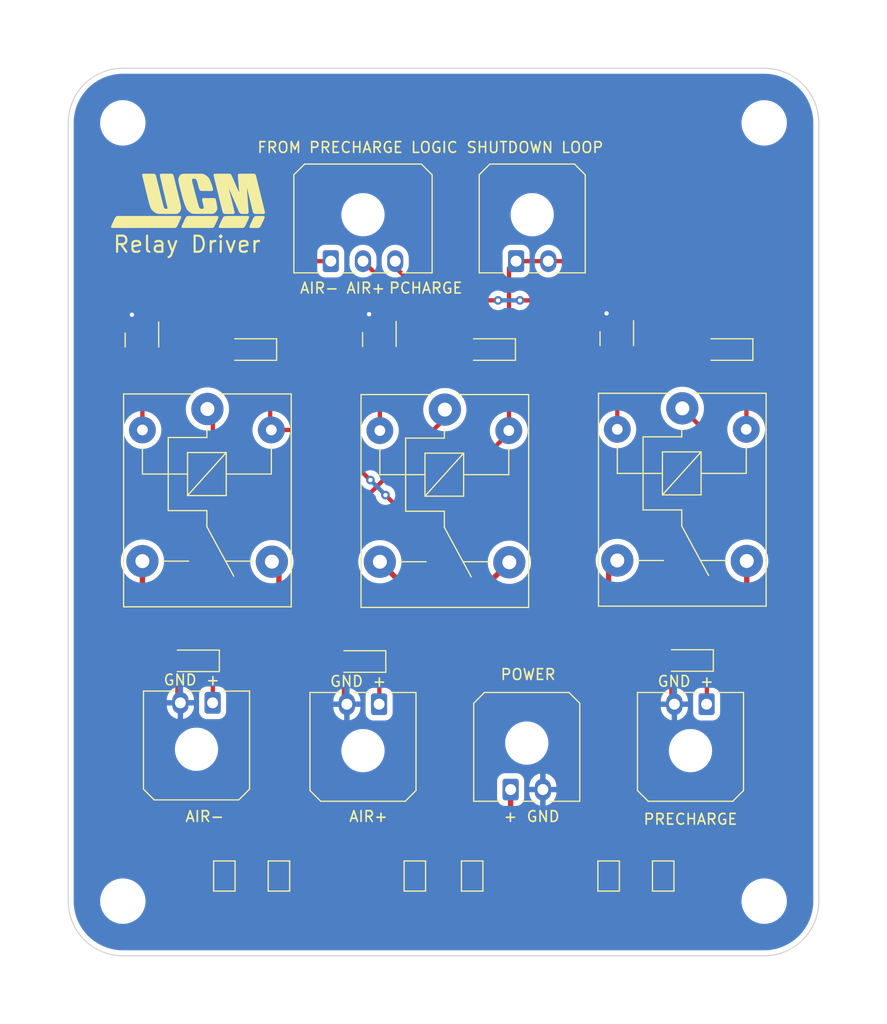
<source format=kicad_pcb>
(kicad_pcb (version 20211014) (generator pcbnew)
  (layers (0 "F.Cu" signal) (31 "B.Cu" signal) (34 "B.Paste" user) (35 "F.Paste" user) (36 "B.SilkS" user "B.Silkscreen") (37 "F.SilkS" user "F.Silkscreen") (38 "B.Mask" user) (39 "F.Mask" user) (44 "Edge.Cuts" user))
  (net 0 "")
  (net 1 "Net-(D1-Pad1)")
  (net 2 "Net-(D1-Pad2)")
  (net 3 "Net-(D2-Pad1)")
  (net 4 "GND")
  (net 5 "Net-(D3-Pad2)")
  (net 6 "Net-(D4-Pad1)")
  (net 7 "Net-(D5-Pad2)")
  (net 8 "Net-(D6-Pad1)")
  (net 9 "AIR-_IN")
  (net 10 "AIR+_IN")
  (net 11 "Precharge_IN")
  (net 12 "+12V")
  (net 13 "Net-(JP1-Pad1)")
  (net 14 "Net-(JP2-Pad1)")
  (net 15 "Net-(JP3-Pad1)")
  (net 16 "Net-(JP4-Pad1)")
  (net 17 "Net-(JP5-Pad1)")
  (net 18 "Net-(JP6-Pad1)")
  (footprint "Jumper:SolderJumper-2_P1.3mm_Open_TrianglePad1.0x1.5mm" (layer "F.Cu") (at 132.842 132.2832 -90)
    (fp_text reference "JP2" hide)
    (fp_text value "SolderJumper_2_Open")
    (pad "1" smd custom (at -0.725 0 270) (size 0.3 0.3) (layers "F.Cu" "F.Mask") (net 14 "Net-(JP2-Pad1)") (options (clearance outline) (anchor rect)) (primitives (gr_poly (pts (xy 1 0) (xy 0.5 0.75) (xy -0.5 0.75) (xy -0.5 -0.75) (xy 0.5 -0.75)) (width 0) (fill yes))))
    (pad "2" smd custom (at 0.725 0 270) (size 0.3 0.3) (layers "F.Cu" "F.Mask") (net 12 "+12V") (options (clearance outline) (anchor rect)) (primitives (gr_poly (pts (xy 0.5 0.75) (xy -0.65 0.75) (xy -0.15 0) (xy -0.65 -0.75) (xy 0.5 -0.75)) (width 0) (fill yes))))
  )
  (footprint "MountingHole:MountingHole_3.2mm_M3" (layer "F.Cu") (at 147.32 134.62)
    (fp_text reference "REF**" hide)
    (fp_text value "MountingHole_3.2mm_M3")
    (pad "" np_thru_hole circle (at 0 0) (size 3.2 3.2) (drill 3.2) (layers *.Cu *.Mask))
  )
  (footprint "Package_TO_SOT_SMD:SOT-23" (layer "F.Cu") (at 133.604 82.296 -90)
    (fp_text reference "Q1" hide)
    (fp_text value "2N7002")
    (pad "1" smd roundrect (at -0.9375 -0.95 270) (size 1.475 0.6) (layers "F.Cu" "F.Paste" "F.Mask") (net 11 "Precharge_IN"))
    (pad "2" smd roundrect (at -0.9375 0.95 270) (size 1.475 0.6) (layers "F.Cu" "F.Paste" "F.Mask") (net 4 "GND"))
    (pad "3" smd roundrect (at 0.9375 0 270) (size 1.475 0.6) (layers "F.Cu" "F.Paste" "F.Mask") (net 2 "Net-(D1-Pad2)"))
  )
  (footprint "Connector_Molex:Molex_Micro-Fit_3.0_43650-0200_1x02_P3.00mm_Horizontal" (layer "F.Cu") (at 123.722 124.239)
    (fp_text reference "J6" hide)
    (fp_text value "Power")
    (pad "" np_thru_hole circle (at 1.5 -4.32) (size 3 3) (drill 3) (layers *.Cu *.Mask))
    (pad "1" thru_hole roundrect (at 0 0) (size 1.5 2.02) (drill 1.02) (layers *.Cu *.Mask) (roundrect_rratio 0.166667) (net 12 "+12V"))
    (pad "2" thru_hole oval (at 3 0) (size 1.5 2.02) (drill 1.02) (layers *.Cu *.Mask) (net 4 "GND"))
  )
  (footprint "Jumper:SolderJumper-2_P1.3mm_Open_TrianglePad1.0x1.5mm" (layer "F.Cu") (at 114.808 132.2832 -90)
    (fp_text reference "JP4" hide)
    (fp_text value "SolderJumper_2_Open")
    (pad "1" smd custom (at -0.725 0 270) (size 0.3 0.3) (layers "F.Cu" "F.Mask") (net 16 "Net-(JP4-Pad1)") (options (clearance outline) (anchor rect)) (primitives (gr_poly (pts (xy 1 0) (xy 0.5 0.75) (xy -0.5 0.75) (xy -0.5 -0.75) (xy 0.5 -0.75)) (width 0) (fill yes))))
    (pad "2" smd custom (at 0.725 0 270) (size 0.3 0.3) (layers "F.Cu" "F.Mask") (net 12 "+12V") (options (clearance outline) (anchor rect)) (primitives (gr_poly (pts (xy 0.5 0.75) (xy -0.65 0.75) (xy -0.15 0) (xy -0.65 -0.75) (xy 0.5 -0.75)) (width 0) (fill yes))))
  )
  (footprint "Connector_Molex:Molex_Micro-Fit_3.0_43650-0200_1x02_P3.00mm_Horizontal" (layer "F.Cu") (at 124.23 75.09)
    (fp_text reference "J3" hide)
    (fp_text value "Shutdown Loop IO")
    (pad "" np_thru_hole circle (at 1.5 -4.32) (size 3 3) (drill 3) (layers *.Cu *.Mask))
    (pad "1" thru_hole roundrect (at 0 0) (size 1.5 2.02) (drill 1.02) (layers *.Cu *.Mask) (roundrect_rratio 0.166667) (net 1 "Net-(D1-Pad1)"))
    (pad "2" thru_hole oval (at 3 0) (size 1.5 2.02) (drill 1.02) (layers *.Cu *.Mask) (net 1 "Net-(D1-Pad1)"))
  )
  (footprint "Package_TO_SOT_SMD:SOT-23" (layer "F.Cu") (at 89.408 82.423 -90)
    (fp_text reference "Q3" hide)
    (fp_text value "2N7002")
    (pad "1" smd roundrect (at -0.9375 -0.95 270) (size 1.475 0.6) (layers "F.Cu" "F.Paste" "F.Mask") (net 9 "AIR-_IN"))
    (pad "2" smd roundrect (at -0.9375 0.95 270) (size 1.475 0.6) (layers "F.Cu" "F.Paste" "F.Mask") (net 4 "GND"))
    (pad "3" smd roundrect (at 0.9375 0 270) (size 1.475 0.6) (layers "F.Cu" "F.Paste" "F.Mask") (net 7 "Net-(D5-Pad2)"))
  )
  (footprint "Relay_THT:Relay_SPDT_SANYOU_SRD_Series_Form_C" (layer "F.Cu") (at 95.504 88.8436 -90)
    (fp_text reference "K3" hide)
    (fp_text value "AIR-")
    (pad "1" thru_hole circle (at 0 0) (size 3 3) (drill 1.3) (layers *.Cu *.Mask) (net 8 "Net-(D6-Pad1)"))
    (pad "2" thru_hole circle (at 1.95 6.05) (size 2.5 2.5) (drill 1) (layers *.Cu *.Mask) (net 7 "Net-(D5-Pad2)"))
    (pad "3" thru_hole circle (at 14.15 6.05) (size 3 3) (drill 1.3) (layers *.Cu *.Mask) (net 18 "Net-(JP6-Pad1)"))
    (pad "4" thru_hole circle (at 14.2 -6) (size 3 3) (drill 1.3) (layers *.Cu *.Mask) (net 17 "Net-(JP5-Pad1)"))
    (pad "5" thru_hole circle (at 1.95 -5.95) (size 2.5 2.5) (drill 1) (layers *.Cu *.Mask) (net 1 "Net-(D1-Pad1)"))
  )
  (footprint "Connector_Molex:Molex_Micro-Fit_3.0_43650-0200_1x02_P3.00mm_Horizontal" (layer "F.Cu") (at 111.482 116.299 180)
    (fp_text reference "J4" hide)
    (fp_text value "AIR+")
    (pad "" np_thru_hole circle (at 1.5 -4.32 180) (size 3 3) (drill 3) (layers *.Cu *.Mask))
    (pad "1" thru_hole roundrect (at 0 0 180) (size 1.5 2.02) (drill 1.02) (layers *.Cu *.Mask) (roundrect_rratio 0.166667) (net 6 "Net-(D4-Pad1)"))
    (pad "2" thru_hole oval (at 3 0 180) (size 1.5 2.02) (drill 1.02) (layers *.Cu *.Mask) (net 4 "GND"))
  )
  (footprint "Diode_SMD:D_SOD-123" (layer "F.Cu") (at 99.695 83.312 180)
    (fp_text reference "D5" hide)
    (fp_text value "1N4148W")
    (pad "1" smd rect (at -1.65 0 180) (size 0.9 1.2) (layers "F.Cu" "F.Paste" "F.Mask") (net 1 "Net-(D1-Pad1)"))
    (pad "2" smd rect (at 1.65 0 180) (size 0.9 1.2) (layers "F.Cu" "F.Paste" "F.Mask") (net 7 "Net-(D5-Pad2)"))
  )
  (footprint "Diode_SMD:D_SOD-123" (layer "F.Cu") (at 144.018 83.312 180)
    (fp_text reference "D1" hide)
    (fp_text value "1N4148W")
    (pad "1" smd rect (at -1.65 0 180) (size 0.9 1.2) (layers "F.Cu" "F.Paste" "F.Mask") (net 1 "Net-(D1-Pad1)"))
    (pad "2" smd rect (at 1.65 0 180) (size 0.9 1.2) (layers "F.Cu" "F.Paste" "F.Mask") (net 2 "Net-(D1-Pad2)"))
  )
  (footprint "Diode_SMD:D_SOD-123" (layer "F.Cu") (at 121.92 83.312 180)
    (fp_text reference "D3" hide)
    (fp_text value "1N4148W")
    (pad "1" smd rect (at -1.65 0 180) (size 0.9 1.2) (layers "F.Cu" "F.Paste" "F.Mask") (net 1 "Net-(D1-Pad1)"))
    (pad "2" smd rect (at 1.65 0 180) (size 0.9 1.2) (layers "F.Cu" "F.Paste" "F.Mask") (net 5 "Net-(D3-Pad2)"))
  )
  (footprint "Diode_SMD:D_SOD-123" (layer "F.Cu") (at 94.361 112.268 180)
    (fp_text reference "D6" hide)
    (fp_text value "1N4148W")
    (pad "1" smd rect (at -1.65 0 180) (size 0.9 1.2) (layers "F.Cu" "F.Paste" "F.Mask") (net 8 "Net-(D6-Pad1)"))
    (pad "2" smd rect (at 1.65 0 180) (size 0.9 1.2) (layers "F.Cu" "F.Paste" "F.Mask") (net 4 "GND"))
  )
  (footprint "Relay_THT:Relay_SPDT_SANYOU_SRD_Series_Form_C" (layer "F.Cu") (at 117.602 88.9 -90)
    (fp_text reference "K2" hide)
    (fp_text value "AIR+")
    (pad "1" thru_hole circle (at 0 0) (size 3 3) (drill 1.3) (layers *.Cu *.Mask) (net 6 "Net-(D4-Pad1)"))
    (pad "2" thru_hole circle (at 1.95 6.05) (size 2.5 2.5) (drill 1) (layers *.Cu *.Mask) (net 5 "Net-(D3-Pad2)"))
    (pad "3" thru_hole circle (at 14.15 6.05) (size 3 3) (drill 1.3) (layers *.Cu *.Mask) (net 16 "Net-(JP4-Pad1)"))
    (pad "4" thru_hole circle (at 14.2 -6) (size 3 3) (drill 1.3) (layers *.Cu *.Mask) (net 15 "Net-(JP3-Pad1)"))
    (pad "5" thru_hole circle (at 1.95 -5.95) (size 2.5 2.5) (drill 1) (layers *.Cu *.Mask) (net 1 "Net-(D1-Pad1)"))
  )
  (footprint "Connector_Molex:Molex_Micro-Fit_3.0_43650-0300_1x03_P3.00mm_Horizontal" (layer "F.Cu") (at 106.982 75.09)
    (fp_text reference "J1" hide)
    (fp_text value "From Precharge Logic")
    (pad "" np_thru_hole circle (at 3 -4.32) (size 3 3) (drill 3) (layers *.Cu *.Mask))
    (pad "1" thru_hole roundrect (at 0 0) (size 1.5 2.02) (drill 1.02) (layers *.Cu *.Mask) (roundrect_rratio 0.166667) (net 9 "AIR-_IN"))
    (pad "2" thru_hole oval (at 3 0) (size 1.5 2.02) (drill 1.02) (layers *.Cu *.Mask) (net 10 "AIR+_IN"))
    (pad "3" thru_hole oval (at 6 0) (size 1.5 2.02) (drill 1.02) (layers *.Cu *.Mask) (net 11 "Precharge_IN"))
  )
  (footprint "MountingHole:MountingHole_3.2mm_M3" (layer "F.Cu") (at 87.63 134.62)
    (fp_text reference "REF**" hide)
    (fp_text value "MountingHole_3.2mm_M3")
    (pad "" np_thru_hole circle (at 0 0) (size 3.2 3.2) (drill 3.2) (layers *.Cu *.Mask))
  )
  (footprint "Jumper:SolderJumper-2_P1.3mm_Open_TrianglePad1.0x1.5mm" (layer "F.Cu") (at 137.922 132.2832 -90)
    (fp_text reference "JP1" hide)
    (fp_text value "SolderJumper_2_Open")
    (pad "1" smd custom (at -0.725 0 270) (size 0.3 0.3) (layers "F.Cu" "F.Mask") (net 13 "Net-(JP1-Pad1)") (options (clearance outline) (anchor rect)) (primitives (gr_poly (pts (xy 1 0) (xy 0.5 0.75) (xy -0.5 0.75) (xy -0.5 -0.75) (xy 0.5 -0.75)) (width 0) (fill yes))))
    (pad "2" smd custom (at 0.725 0 270) (size 0.3 0.3) (layers "F.Cu" "F.Mask") (net 12 "+12V") (options (clearance outline) (anchor rect)) (primitives (gr_poly (pts (xy 0.5 0.75) (xy -0.65 0.75) (xy -0.15 0) (xy -0.65 -0.75) (xy 0.5 -0.75)) (width 0) (fill yes))))
  )
  (footprint "Diode_SMD:D_SOD-123" (layer "F.Cu") (at 140.336 112.235 180)
    (fp_text reference "D2" hide)
    (fp_text value "1N4148W")
    (pad "1" smd rect (at -1.65 0 180) (size 0.9 1.2) (layers "F.Cu" "F.Paste" "F.Mask") (net 3 "Net-(D2-Pad1)"))
    (pad "2" smd rect (at 1.65 0 180) (size 0.9 1.2) (layers "F.Cu" "F.Paste" "F.Mask") (net 4 "GND"))
  )
  (footprint "UCM_Logos:UCM_5mm" (layer "F.Cu") (at 93.6752 69.85)
    (fp_text reference "G***" hide)
    (fp_text value "LOGO" hide)
  )
  (footprint "Jumper:SolderJumper-2_P1.3mm_Open_TrianglePad1.0x1.5mm" (layer "F.Cu") (at 97.0788 132.2832 -90)
    (fp_text reference "JP6" hide)
    (fp_text value "SolderJumper_2_Open")
    (pad "1" smd custom (at -0.725 0 270) (size 0.3 0.3) (layers "F.Cu" "F.Mask") (net 18 "Net-(JP6-Pad1)") (options (clearance outline) (anchor rect)) (primitives (gr_poly (pts (xy 1 0) (xy 0.5 0.75) (xy -0.5 0.75) (xy -0.5 -0.75) (xy 0.5 -0.75)) (width 0) (fill yes))))
    (pad "2" smd custom (at 0.725 0 270) (size 0.3 0.3) (layers "F.Cu" "F.Mask") (net 12 "+12V") (options (clearance outline) (anchor rect)) (primitives (gr_poly (pts (xy 0.5 0.75) (xy -0.65 0.75) (xy -0.15 0) (xy -0.65 -0.75) (xy 0.5 -0.75)) (width 0) (fill yes))))
  )
  (footprint "Jumper:SolderJumper-2_P1.3mm_Open_TrianglePad1.0x1.5mm" (layer "F.Cu") (at 102.1588 132.2832 -90)
    (fp_text reference "JP5" hide)
    (fp_text value "SolderJumper_2_Open")
    (pad "1" smd custom (at -0.725 0 270) (size 0.3 0.3) (layers "F.Cu" "F.Mask") (net 17 "Net-(JP5-Pad1)") (options (clearance outline) (anchor rect)) (primitives (gr_poly (pts (xy 1 0) (xy 0.5 0.75) (xy -0.5 0.75) (xy -0.5 -0.75) (xy 0.5 -0.75)) (width 0) (fill yes))))
    (pad "2" smd custom (at 0.725 0 270) (size 0.3 0.3) (layers "F.Cu" "F.Mask") (net 12 "+12V") (options (clearance outline) (anchor rect)) (primitives (gr_poly (pts (xy 0.5 0.75) (xy -0.65 0.75) (xy -0.15 0) (xy -0.65 -0.75) (xy 0.5 -0.75)) (width 0) (fill yes))))
  )
  (footprint "Jumper:SolderJumper-2_P1.3mm_Open_TrianglePad1.0x1.5mm" (layer "F.Cu") (at 120.142 132.2832 -90)
    (fp_text reference "JP3" hide)
    (fp_text value "SolderJumper_2_Open")
    (pad "1" smd custom (at -0.725 0 270) (size 0.3 0.3) (layers "F.Cu" "F.Mask") (net 15 "Net-(JP3-Pad1)") (options (clearance outline) (anchor rect)) (primitives (gr_poly (pts (xy 1 0) (xy 0.5 0.75) (xy -0.5 0.75) (xy -0.5 -0.75) (xy 0.5 -0.75)) (width 0) (fill yes))))
    (pad "2" smd custom (at 0.725 0 270) (size 0.3 0.3) (layers "F.Cu" "F.Mask") (net 12 "+12V") (options (clearance outline) (anchor rect)) (primitives (gr_poly (pts (xy 0.5 0.75) (xy -0.65 0.75) (xy -0.15 0) (xy -0.65 -0.75) (xy 0.5 -0.75)) (width 0) (fill yes))))
  )
  (footprint "Relay_THT:Relay_SPDT_SANYOU_SRD_Series_Form_C" (layer "F.Cu") (at 139.7 88.782 -90)
    (fp_text reference "K1" hide)
    (fp_text value "PRECHARGE")
    (pad "1" thru_hole circle (at 0 0) (size 3 3) (drill 1.3) (layers *.Cu *.Mask) (net 3 "Net-(D2-Pad1)"))
    (pad "2" thru_hole circle (at 1.95 6.05) (size 2.5 2.5) (drill 1) (layers *.Cu *.Mask) (net 2 "Net-(D1-Pad2)"))
    (pad "3" thru_hole circle (at 14.15 6.05) (size 3 3) (drill 1.3) (layers *.Cu *.Mask) (net 14 "Net-(JP2-Pad1)"))
    (pad "4" thru_hole circle (at 14.2 -6) (size 3 3) (drill 1.3) (layers *.Cu *.Mask) (net 13 "Net-(JP1-Pad1)"))
    (pad "5" thru_hole circle (at 1.95 -5.95) (size 2.5 2.5) (drill 1) (layers *.Cu *.Mask) (net 1 "Net-(D1-Pad1)"))
  )
  (footprint "Connector_Molex:Molex_Micro-Fit_3.0_43650-0200_1x02_P3.00mm_Horizontal" (layer "F.Cu") (at 141.962 116.299 180)
    (fp_text reference "J2" hide)
    (fp_text value "PRECHARGE")
    (pad "" np_thru_hole circle (at 1.5 -4.32 180) (size 3 3) (drill 3) (layers *.Cu *.Mask))
    (pad "1" thru_hole roundrect (at 0 0 180) (size 1.5 2.02) (drill 1.02) (layers *.Cu *.Mask) (roundrect_rratio 0.166667) (net 3 "Net-(D2-Pad1)"))
    (pad "2" thru_hole oval (at 3 0 180) (size 1.5 2.02) (drill 1.02) (layers *.Cu *.Mask) (net 4 "GND"))
  )
  (footprint "MountingHole:MountingHole_3.2mm_M3" (layer "F.Cu") (at 147.32 62.23)
    (fp_text reference "REF**" hide)
    (fp_text value "MountingHole_3.2mm_M3")
    (pad "" np_thru_hole circle (at 0 0) (size 3.2 3.2) (drill 3.2) (layers *.Cu *.Mask))
  )
  (footprint "Diode_SMD:D_SOD-123" (layer "F.Cu") (at 109.855 112.331 180)
    (fp_text reference "D4" hide)
    (fp_text value "1N4148W")
    (pad "1" smd rect (at -1.65 0 180) (size 0.9 1.2) (layers "F.Cu" "F.Paste" "F.Mask") (net 6 "Net-(D4-Pad1)"))
    (pad "2" smd rect (at 1.65 0 180) (size 0.9 1.2) (layers "F.Cu" "F.Paste" "F.Mask") (net 4 "GND"))
  )
  (footprint "Package_TO_SOT_SMD:SOT-23" (layer "F.Cu") (at 111.506 82.3745 -90)
    (fp_text reference "Q2" hide)
    (fp_text value "2N7002")
    (pad "1" smd roundrect (at -0.9375 -0.95 270) (size 1.475 0.6) (layers "F.Cu" "F.Paste" "F.Mask") (net 10 "AIR+_IN"))
    (pad "2" smd roundrect (at -0.9375 0.95 270) (size 1.475 0.6) (layers "F.Cu" "F.Paste" "F.Mask") (net 4 "GND"))
    (pad "3" smd roundrect (at 0.9375 0 270) (size 1.475 0.6) (layers "F.Cu" "F.Paste" "F.Mask") (net 5 "Net-(D3-Pad2)"))
  )
  (footprint "MountingHole:MountingHole_3.2mm_M3" (layer "F.Cu") (at 87.63 62.23)
    (fp_text reference "REF**" hide)
    (fp_text value "MountingHole_3.2mm_M3")
    (pad "" np_thru_hole circle (at 0 0) (size 3.2 3.2) (drill 3.2) (layers *.Cu *.Mask))
  )
  (footprint "Connector_Molex:Molex_Micro-Fit_3.0_43650-0200_1x02_P3.00mm_Horizontal" (layer "F.Cu") (at 95.988 116.172 180)
    (fp_text reference "J5" hide)
    (fp_text value "AIR-")
    (pad "" np_thru_hole circle (at 1.5 -4.32 180) (size 3 3) (drill 3) (layers *.Cu *.Mask))
    (pad "1" thru_hole roundrect (at 0 0 180) (size 1.5 2.02) (drill 1.02) (layers *.Cu *.Mask) (roundrect_rratio 0.166667) (net 8 "Net-(D6-Pad1)"))
    (pad "2" thru_hole oval (at 3 0 180) (size 1.5 2.02) (drill 1.02) (layers *.Cu *.Mask) (net 4 "GND"))
  )
  (gr_line (start 147.32 57.15) (end 87.63 57.15) (layer "Edge.Cuts") (width 0.1))
  (gr_line (start 152.4 134.62) (end 152.4 62.23) (layer "Edge.Cuts") (width 0.1))
  (gr_line (start 82.55 62.23) (end 82.55 134.62) (layer "Edge.Cuts") (width 0.1))
  (gr_arc (start 87.63 139.7) (mid 84.037898 138.212102) (end 82.55 134.62) (layer "Edge.Cuts") (width 0.1))
  (gr_arc (start 82.55 62.23) (mid 84.037898 58.637898) (end 87.63 57.15) (layer "Edge.Cuts") (width 0.1))
  (gr_line (start 87.63 139.7) (end 147.32 139.7) (layer "Edge.Cuts") (width 0.1))
  (gr_arc (start 152.4 134.62) (mid 150.912102 138.212102) (end 147.32 139.7) (layer "Edge.Cuts") (width 0.1))
  (gr_arc (start 147.32 57.15) (mid 150.912102 58.637898) (end 152.4 62.23) (layer "Edge.Cuts") (width 0.1))
  (gr_text "+\n" (at 111.506 114.173) (layer "F.SilkS") (effects (font (size 1 1))))
  (gr_text "GND\n" (at 108.458 114.173) (layer "F.SilkS") (effects (font (size 1 1))))
  (gr_text "SHUTDOWN LOOP" (at 125.984 64.516) (layer "F.SilkS") (effects (font (size 1 1))))
  (gr_text "AIR+\n" (at 110.236 77.597) (layer "F.SilkS") (effects (font (size 1 1))))
  (gr_text "GND" (at 126.746 126.746) (layer "F.SilkS") (effects (font (size 1 1))))
  (gr_text "AIR-\n" (at 105.918 77.597) (layer "F.SilkS") (effects (font (size 1 1))))
  (gr_text "AIR-\n" (at 95.25 126.746) (layer "F.SilkS") (effects (font (size 1 1))))
  (gr_text "PRECHARGE" (at 140.462 127) (layer "F.SilkS") (effects (font (size 1 1))))
  (gr_text "AIR+\n" (at 110.49 126.746) (layer "F.SilkS") (effects (font (size 1 1))))
  (gr_text "PCHARGE\n" (at 115.824 77.597) (layer "F.SilkS") (effects (font (size 1 1))))
  (gr_text "GND\n" (at 138.938 114.173) (layer "F.SilkS") (effects (font (size 1 1))))
  (gr_text "Relay Driver\n" (at 93.599 73.533) (layer "F.SilkS") (effects (font (size 1.5 1.5) (thickness 0.2))))
  (gr_text "POWER" (at 125.349 113.538) (layer "F.SilkS") (effects (font (size 1 1))))
  (gr_text "GND\n" (at 92.964 114.046) (layer "F.SilkS") (effects (font (size 1 1))))
  (gr_text "+\n" (at 123.698 126.746) (layer "F.SilkS") (effects (font (size 1 1))))
  (gr_text "FROM PRECHARGE LOGIC" (at 109.474 64.516) (layer "F.SilkS") (effects (font (size 1 1))))
  (gr_text "+\n" (at 96.012 114.046) (layer "F.SilkS") (effects (font (size 1 1))))
  (gr_text "+\n" (at 141.986 114.173) (layer "F.SilkS") (effects (font (size 1 1))))
  (segment (start 101.345 90.6846) (end 101.454 90.7936) (width 0.25) (layer "F.Cu") (net 1))
  (segment (start 112.075 96.85) (end 113.015 97.79) (width 0.4) (layer "F.Cu") (net 1))
  (segment (start 123.57 90.832) (end 123.552 90.85) (width 0.25) (layer "F.Cu") (net 1))
  (segment (start 124.23 75.09) (end 123.57 75.75) (width 0.25) (layer "F.Cu") (net 1))
  (segment (start 116.84 97.79) (end 123.552 91.078) (width 0.4) (layer "F.Cu") (net 1))
  (segment (start 145.668 83.312) (end 145.668 90.714) (width 0.4) (layer "F.Cu") (net 1))
  (segment (start 110.675 95.45) (end 110.65 95.45) (width 0.4) (layer "F.Cu") (net 1))
  (segment (start 110.65 95.45) (end 105.9936 90.7936) (width 0.4) (layer "F.Cu") (net 1))
  (segment (start 145.668 90.714) (end 145.65 90.732) (width 0.25) (layer "F.Cu") (net 1))
  (segment (start 137.446 75.09) (end 145.668 83.312) (width 0.4) (layer "F.Cu") (net 1))
  (segment (start 113.015 97.79) (end 116.84 97.79) (width 0.4) (layer "F.Cu") (net 1))
  (segment (start 101.345 83.312) (end 101.345 90.6846) (width 0.4) (layer "F.Cu") (net 1))
  (segment (start 123.552 91.078) (end 123.552 90.85) (width 0.25) (layer "F.Cu") (net 1))
  (segment (start 123.57 83.312) (end 123.57 90.832) (width 0.4) (layer "F.Cu") (net 1))
  (segment (start 124.23 75.09) (end 127.23 75.09) (width 0.4) (layer "F.Cu") (net 1))
  (segment (start 127.23 75.09) (end 137.446 75.09) (width 0.4) (layer "F.Cu") (net 1))
  (segment (start 123.57 75.75) (end 123.57 83.312) (width 0.4) (layer "F.Cu") (net 1))
  (segment (start 105.9936 90.7936) (end 101.454 90.7936) (width 0.4) (layer "F.Cu") (net 1))
  (via (at 112.075 96.85) (size 0.8) (drill 0.4) (layers "F.Cu" "B.Cu") (net 1))
  (via (at 110.675 95.45) (size 0.8) (drill 0.4) (layers "F.Cu" "B.Cu") (net 1))
  (segment (start 112.075 96.85) (end 110.675 95.45) (width 0.4) (layer "B.Cu") (net 1))
  (segment (start 133.6825 83.312) (end 133.604 83.2335) (width 0.25) (layer "F.Cu") (net 2))
  (segment (start 133.604 83.2335) (end 133.65 83.2795) (width 0.25) (layer "F.Cu") (net 2))
  (segment (start 133.65 83.2795) (end 133.65 90.732) (width 0.4) (layer "F.Cu") (net 2))
  (segment (start 142.368 83.312) (end 133.6825 83.312) (width 0.4) (layer "F.Cu") (net 2))
  (segment (start 141.986 91.068) (end 139.7 88.782) (width 0.4) (layer "F.Cu") (net 3))
  (segment (start 141.962 116.299) (end 141.986 116.275) (width 0.25) (layer "F.Cu") (net 3))
  (segment (start 141.986 112.235) (end 141.986 91.068) (width 0.4) (layer "F.Cu") (net 3))
  (segment (start 141.986 116.275) (end 141.986 112.235) (width 0.4) (layer "F.Cu") (net 3))
  (segment (start 132.65 79.95) (end 132.65 79.954) (width 0.25) (layer "F.Cu") (net 4))
  (segment (start 132.654 81.3585) (end 132.654 79.958) (width 0.4) (layer "F.Cu") (net 4))
  (segment (start 108.205 112.331) (end 108.205 116.022) (width 0.4) (layer "F.Cu") (net 4))
  (segment (start 88.458 81.4855) (end 88.458 80.116) (width 0.4) (layer "F.Cu") (net 4))
  (segment (start 132.65 79.954) (end 132.654 79.958) (width 0.25) (layer "F.Cu") (net 4))
  (segment (start 92.711 112.014) (end 92.711 115.895) (width 0.4) (layer "F.Cu") (net 4))
  (segment (start 138.686 112.235) (end 138.686 116.023) (width 0.4) (layer "F.Cu") (net 4))
  (segment (start 110.55 80.025) (end 110.556 80.031) (width 0.25) (layer "F.Cu") (net 4))
  (segment (start 88.458 80.092) (end 88.458 80.116) (width 0.25) (layer "F.Cu") (net 4))
  (segment (start 110.556 81.437) (end 110.556 80.0596) (width 0.4) (layer "F.Cu") (net 4))
  (segment (start 138.686 116.023) (end 138.962 116.299) (width 0.25) (layer "F.Cu") (net 4))
  (segment (start 108.205 116.022) (end 108.482 116.299) (width 0.25) (layer "F.Cu") (net 4))
  (segment (start 88.475 80.075) (end 88.458 80.092) (width 0.25) (layer "F.Cu") (net 4))
  (segment (start 92.711 115.895) (end 92.988 116.172) (width 0.25) (layer "F.Cu") (net 4))
  (segment (start 110.556 80.031) (end 110.556 80.0596) (width 0.25) (layer "F.Cu") (net 4))
  (via (at 132.65 79.95) (size 0.8) (drill 0.4) (layers "F.Cu" "B.Cu") (net 4))
  (via (at 110.55 80.025) (size 0.8) (drill 0.4) (layers "F.Cu" "B.Cu") (net 4))
  (via (at 88.475 80.075) (size 0.8) (drill 0.4) (layers "F.Cu" "B.Cu") (net 4))
  (segment (start 111.506 83.312) (end 120.27 83.312) (width 0.4) (layer "F.Cu") (net 5))
  (segment (start 111.552 83.358) (end 111.552 90.85) (width 0.4) (layer "F.Cu") (net 5))
  (segment (start 111.506 83.312) (end 111.552 83.358) (width 0.25) (layer "F.Cu") (net 5))
  (segment (start 111.505 116.276) (end 111.505 112.331) (width 0.4) (layer "F.Cu") (net 6))
  (segment (start 111.482 116.299) (end 111.505 116.276) (width 0.25) (layer "F.Cu") (net 6))
  (segment (start 117.602 88.9) (end 117.602 89.723) (width 0.25) (layer "F.Cu") (net 6))
  (segment (start 117.602 89.723) (end 108.712 98.613) (width 0.4) (layer "F.Cu") (net 6))
  (segment (start 108.712 109.538) (end 111.505 112.331) (width 0.4) (layer "F.Cu") (net 6))
  (segment (start 108.712 98.613) (end 108.712 109.538) (width 0.4) (layer "F.Cu") (net 6))
  (segment (start 89.4565 83.312) (end 89.408 83.3605) (width 0.25) (layer "F.Cu") (net 7))
  (segment (start 98.045 83.312) (end 89.4565 83.312) (width 0.4) (layer "F.Cu") (net 7))
  (segment (start 89.408 83.3605) (end 89.454 83.4065) (width 0.25) (layer "F.Cu") (net 7))
  (segment (start 89.454 83.4065) (end 89.454 90.7936) (width 0.4) (layer "F.Cu") (net 7))
  (segment (start 96.011 116.149) (end 96.011 111.854) (width 0.4) (layer "F.Cu") (net 8))
  (segment (start 95.988 116.172) (end 96.011 116.149) (width 0.25) (layer "F.Cu") (net 8))
  (segment (start 96.011 89.3506) (end 95.504 88.8436) (width 0.25) (layer "F.Cu") (net 8))
  (segment (start 96.011 111.854) (end 96.011 89.3506) (width 0.4) (layer "F.Cu") (net 8))
  (segment (start 96.7535 75.09) (end 90.358 81.4855) (width 0.4) (layer "F.Cu") (net 9))
  (segment (start 106.982 75.09) (end 96.7535 75.09) (width 0.4) (layer "F.Cu") (net 9))
  (segment (start 112.456 77.564) (end 109.982 75.09) (width 0.4) (layer "F.Cu") (net 10))
  (segment (start 112.456 81.437) (end 112.456 77.564) (width 0.4) (layer "F.Cu") (net 10))
  (segment (start 134.554 80.833386) (end 134.554 81.3585) (width 0.25) (layer "F.Cu") (net 11))
  (segment (start 112.982 75.644) (end 112.982 75.09) (width 0.25) (layer "F.Cu") (net 11))
  (segment (start 122.555 78.74) (end 116.078 78.74) (width 0.4) (layer "F.Cu") (net 11))
  (segment (start 134.554 80.304) (end 134.554 80.833386) (width 0.4) (layer "F.Cu") (net 11))
  (segment (start 116.078 78.74) (end 112.982 75.644) (width 0.4) (layer "F.Cu") (net 11))
  (segment (start 124.587 78.74) (end 132.99 78.74) (width 0.4) (layer "F.Cu") (net 11))
  (segment (start 132.99 78.74) (end 134.554 80.304) (width 0.4) (layer "F.Cu") (net 11))
  (via (at 124.587 78.74) (size 0.8) (drill 0.4) (layers "F.Cu" "B.Cu") (net 11))
  (via (at 122.555 78.74) (size 0.8) (drill 0.4) (layers "F.Cu" "B.Cu") (net 11))
  (segment (start 122.555 78.74) (end 124.587 78.74) (width 0.4) (layer "B.Cu") (net 11))
  (segment (start 123.722 124.239) (end 123.722 132.183) (width 0.5) (layer "F.Cu") (net 12))
  (segment (start 124.6262 133.0082) (end 137.922 133.0082) (width 0.5) (layer "F.Cu") (net 12))
  (segment (start 123.722 132.183) (end 123.0238 132.8812) (width 0.5) (layer "F.Cu") (net 12))
  (segment (start 123.801 132.183) (end 124.6262 133.0082) (width 0.5) (layer "F.Cu") (net 12))
  (segment (start 123.4048 133.0082) (end 124.1182 133.0082) (width 0.5) (layer "F.Cu") (net 12))
  (segment (start 123.722 132.183) (end 123.722 132.691) (width 0.5) (layer "F.Cu") (net 12))
  (segment (start 123.722 132.691) (end 123.4048 133.0082) (width 0.25) (layer "F.Cu") (net 12))
  (segment (start 123.801 132.183) (end 124.1182 132.5002) (width 0.5) (layer "F.Cu") (net 12))
  (segment (start 97.0788 133.0082) (end 123.0238 133.0082) (width 0.5) (layer "F.Cu") (net 12))
  (segment (start 124.1182 133.0082) (end 124.6262 133.0082) (width 0.5) (layer "F.Cu") (net 12))
  (segment (start 123.0238 132.8812) (end 123.0238 133.0082) (width 0.5) (layer "F.Cu") (net 12))
  (segment (start 124.1182 132.5002) (end 124.1182 133.0082) (width 0.5) (layer "F.Cu") (net 12))
  (segment (start 123.0238 133.0082) (end 123.4048 133.0082) (width 0.5) (layer "F.Cu") (net 12))
  (segment (start 123.722 132.183) (end 123.801 132.183) (width 0.5) (layer "F.Cu") (net 12))
  (segment (start 145.7 102.982) (end 145.7 123.7802) (width 0.5) (layer "F.Cu") (net 13))
  (segment (start 145.7 123.7802) (end 137.922 131.5582) (width 0.5) (layer "F.Cu") (net 13))
  (segment (start 132.842 103.74) (end 133.65 102.932) (width 0.25) (layer "F.Cu") (net 14))
  (segment (start 132.842 131.5582) (end 132.842 103.74) (width 0.5) (layer "F.Cu") (net 14))
  (segment (start 120.142 106.56) (end 123.602 103.1) (width 0.5) (layer "F.Cu") (net 15))
  (segment (start 120.142 131.5582) (end 120.142 106.56) (width 0.5) (layer "F.Cu") (net 15))
  (segment (start 114.808 106.306) (end 111.552 103.05) (width 0.5) (layer "F.Cu") (net 16))
  (segment (start 114.808 131.5582) (end 114.808 106.306) (width 0.5) (layer "F.Cu") (net 16))
  (segment (start 102.1588 131.5582) (end 102.1588 103.6984) (width 0.5) (layer "F.Cu") (net 17))
  (segment (start 102.1588 103.6984) (end 101.504 103.0436) (width 0.25) (layer "F.Cu") (net 17))
  (segment (start 89.454 123.9334) (end 89.454 102.9936) (width 0.5) (layer "F.Cu") (net 18))
  (segment (start 97.0788 131.5582) (end 89.454 123.9334) (width 0.5) (layer "F.Cu") (net 18))
  (zone (net 4) (net_name "GND") (layer "B.Cu") (connect_pads (clearance 0.508)) (min_thickness 0.254) (fill yes (thermal_gap 0.508) (thermal_bridge_width 0.508))
    (polygon (pts (xy 158.75 146.05) (xy 76.2 146.05) (xy 76.2 50.8) (xy 158.75 50.8)))
  )
)
</source>
